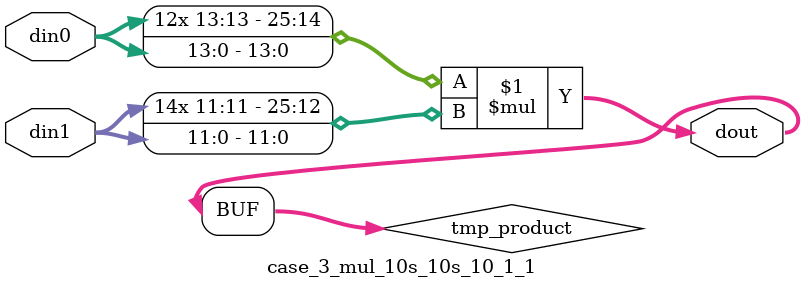
<source format=v>

`timescale 1 ns / 1 ps

 module case_3_mul_10s_10s_10_1_1(din0, din1, dout);
parameter ID = 1;
parameter NUM_STAGE = 0;
parameter din0_WIDTH = 14;
parameter din1_WIDTH = 12;
parameter dout_WIDTH = 26;

input [din0_WIDTH - 1 : 0] din0; 
input [din1_WIDTH - 1 : 0] din1; 
output [dout_WIDTH - 1 : 0] dout;

wire signed [dout_WIDTH - 1 : 0] tmp_product;



























assign tmp_product = $signed(din0) * $signed(din1);








assign dout = tmp_product;





















endmodule

</source>
